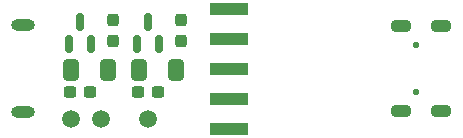
<source format=gbr>
%TF.GenerationSoftware,KiCad,Pcbnew,(6.0.0-rc1-461-ge5d6ec836f)*%
%TF.CreationDate,2022-01-23T00:53:46+08:00*%
%TF.ProjectId,usb_adapter,7573625f-6164-4617-9074-65722e6b6963,rev?*%
%TF.SameCoordinates,Original*%
%TF.FileFunction,Soldermask,Bot*%
%TF.FilePolarity,Negative*%
%FSLAX46Y46*%
G04 Gerber Fmt 4.6, Leading zero omitted, Abs format (unit mm)*
G04 Created by KiCad (PCBNEW (6.0.0-rc1-461-ge5d6ec836f)) date 2022-01-23 00:53:46*
%MOMM*%
%LPD*%
G01*
G04 APERTURE LIST*
G04 Aperture macros list*
%AMRoundRect*
0 Rectangle with rounded corners*
0 $1 Rounding radius*
0 $2 $3 $4 $5 $6 $7 $8 $9 X,Y pos of 4 corners*
0 Add a 4 corners polygon primitive as box body*
4,1,4,$2,$3,$4,$5,$6,$7,$8,$9,$2,$3,0*
0 Add four circle primitives for the rounded corners*
1,1,$1+$1,$2,$3*
1,1,$1+$1,$4,$5*
1,1,$1+$1,$6,$7*
1,1,$1+$1,$8,$9*
0 Add four rect primitives between the rounded corners*
20,1,$1+$1,$2,$3,$4,$5,0*
20,1,$1+$1,$4,$5,$6,$7,0*
20,1,$1+$1,$6,$7,$8,$9,0*
20,1,$1+$1,$8,$9,$2,$3,0*%
G04 Aperture macros list end*
%ADD10O,2.000000X1.000000*%
%ADD11O,0.550000X0.550000*%
%ADD12O,1.800000X1.100000*%
%ADD13RoundRect,0.150000X0.150000X-0.587500X0.150000X0.587500X-0.150000X0.587500X-0.150000X-0.587500X0*%
%ADD14C,1.500000*%
%ADD15RoundRect,0.237500X-0.300000X-0.237500X0.300000X-0.237500X0.300000X0.237500X-0.300000X0.237500X0*%
%ADD16RoundRect,0.237500X-0.237500X0.300000X-0.237500X-0.300000X0.237500X-0.300000X0.237500X0.300000X0*%
%ADD17RoundRect,0.250000X-0.412500X-0.650000X0.412500X-0.650000X0.412500X0.650000X-0.412500X0.650000X0*%
%ADD18R,3.200000X1.000000*%
G04 APERTURE END LIST*
D10*
%TO.C,P1*%
X101395000Y-88800000D03*
X101395000Y-96200000D03*
%TD*%
D11*
%TO.C,J2*%
X134690000Y-94505000D03*
X134690000Y-90505000D03*
D12*
X136840000Y-88905000D03*
X133370000Y-88905000D03*
X136840000Y-96105000D03*
X133370000Y-96105000D03*
%TD*%
D13*
%TO.C,U2*%
X112950000Y-90437500D03*
X111050000Y-90437500D03*
X112000000Y-88562500D03*
%TD*%
D14*
%TO.C,TP2*%
X105500000Y-96750000D03*
%TD*%
D13*
%TO.C,U1*%
X107200000Y-90437500D03*
X105300000Y-90437500D03*
X106250000Y-88562500D03*
%TD*%
D15*
%TO.C,C6*%
X111137500Y-94500000D03*
X112862500Y-94500000D03*
%TD*%
D14*
%TO.C,TP1*%
X108000000Y-96750000D03*
%TD*%
D16*
%TO.C,C1*%
X109000000Y-88387500D03*
X109000000Y-90112500D03*
%TD*%
D14*
%TO.C,TP3*%
X112000000Y-96750000D03*
%TD*%
D15*
%TO.C,C3*%
X105387500Y-94500000D03*
X107112500Y-94500000D03*
%TD*%
D17*
%TO.C,C5*%
X111200000Y-92600000D03*
X114325000Y-92600000D03*
%TD*%
%TO.C,C2*%
X105437500Y-92600000D03*
X108562500Y-92600000D03*
%TD*%
D18*
%TO.C,J1*%
X118825000Y-97580000D03*
X118825000Y-95040000D03*
X118825000Y-92500000D03*
X118825000Y-89960000D03*
X118825000Y-87420000D03*
%TD*%
D16*
%TO.C,C4*%
X114750000Y-88387500D03*
X114750000Y-90112500D03*
%TD*%
M02*

</source>
